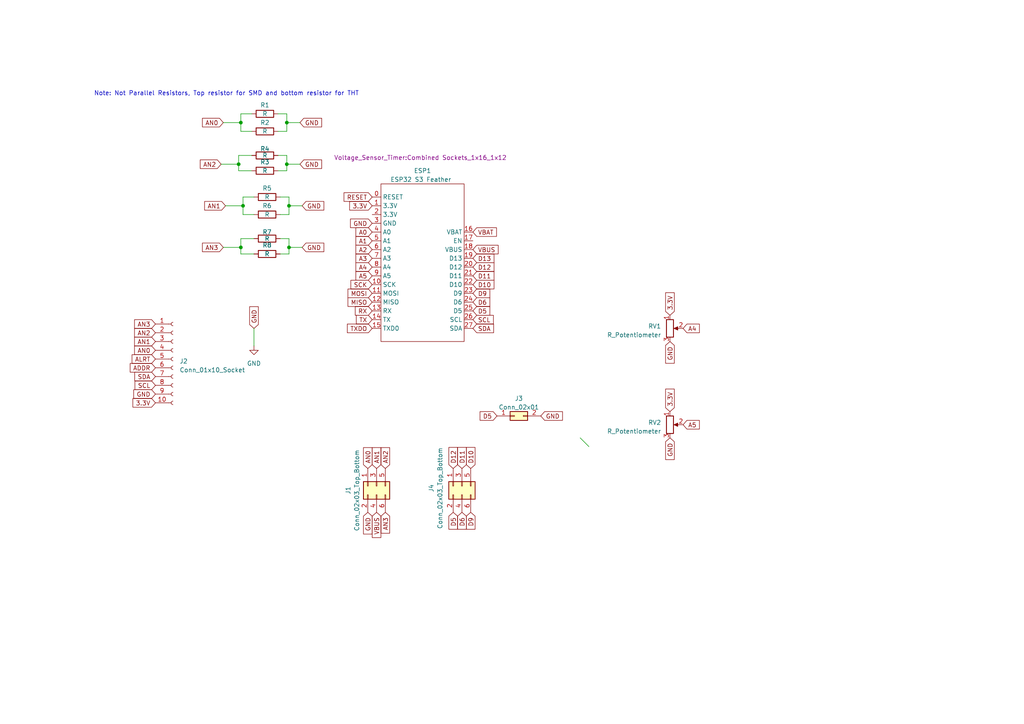
<source format=kicad_sch>
(kicad_sch (version 20230121) (generator eeschema)
  (paper "A4")
  (title_block (title "Voltage Sensor Timer") (date "2023-03-07") (rev "0"))
  (lib_symbols
    (symbol "Connector:Conn_01x10_Socket" (pin_names (offset 1.016) hide)
      (property "Reference" "J" (at 0 12.7 0))
      (property "Value" "Conn_01x10_Socket" (at 0 -15.24 0))
      (symbol "Conn_01x10_Socket_1_1"
        (arc (start 0 -12.192) (mid -0.5058 -12.7) (end 0 -13.208) (stroke (width 0.1524)))
        (arc (start 0 -9.652) (mid -0.5058 -10.16) (end 0 -10.668) (stroke (width 0.1524)))
        (arc (start 0 -7.112) (mid -0.5058 -7.62) (end 0 -8.128) (stroke (width 0.1524)))
        (arc (start 0 -4.572) (mid -0.5058 -5.08) (end 0 -5.588) (stroke (width 0.1524)))
        (arc (start 0 -2.032) (mid -0.5058 -2.54) (end 0 -3.048) (stroke (width 0.1524)))
        (polyline (pts (xy -1.27 -12.7) (xy -0.508 -12.7)) (stroke (width 0.1524)))
        (polyline (pts (xy -1.27 -10.16) (xy -0.508 -10.16)) (stroke (width 0.1524)))
        (polyline (pts (xy -1.27 -7.62) (xy -0.508 -7.62)) (stroke (width 0.1524)))
        (polyline (pts (xy -1.27 -5.08) (xy -0.508 -5.08)) (stroke (width 0.1524)))
        (polyline (pts (xy -1.27 -2.54) (xy -0.508 -2.54)) (stroke (width 0.1524)))
        (polyline (pts (xy -1.27 0) (xy -0.508 0)) (stroke (width 0.1524)))
        (polyline (pts (xy -1.27 2.54) (xy -0.508 2.54)) (stroke (width 0.1524)))
        (polyline (pts (xy -1.27 5.08) (xy -0.508 5.08)) (stroke (width 0.1524)))
        (polyline (pts (xy -1.27 7.62) (xy -0.508 7.62)) (stroke (width 0.1524)))
        (polyline (pts (xy -1.27 10.16) (xy -0.508 10.16)) (stroke (width 0.1524)))
        (arc (start 0 0.508) (mid -0.5058 0) (end 0 -0.508) (stroke (width 0.1524)))
        (arc (start 0 3.048) (mid -0.5058 2.54) (end 0 2.032) (stroke (width 0.1524)))
        (arc (start 0 5.588) (mid -0.5058 5.08) (end 0 4.572) (stroke (width 0.1524)))
        (arc (start 0 8.128) (mid -0.5058 7.62) (end 0 7.112) (stroke (width 0.1524)))
        (arc (start 0 10.668) (mid -0.5058 10.16) (end 0 9.652) (stroke (width 0.1524)))
        (pin passive line (at -5.08 10.16 0) (length 3.81) (name "Pin_1") (number "1"))
        (pin passive line (at -5.08 -12.7 0) (length 3.81) (name "Pin_10") (number "10"))
        (pin passive line (at -5.08 7.62 0) (length 3.81) (name "Pin_2") (number "2"))
        (pin passive line (at -5.08 5.08 0) (length 3.81) (name "Pin_3") (number "3"))
        (pin passive line (at -5.08 2.54 0) (length 3.81) (name "Pin_4") (number "4"))
        (pin passive line (at -5.08 0 0) (length 3.81) (name "Pin_5") (number "5"))
        (pin passive line (at -5.08 -2.54 0) (length 3.81) (name "Pin_6") (number "6"))
        (pin passive line (at -5.08 -5.08 0) (length 3.81) (name "Pin_7") (number "7"))
        (pin passive line (at -5.08 -7.62 0) (length 3.81) (name "Pin_8") (number "8"))
        (pin passive line (at -5.08 -10.16 0) (length 3.81) (name "Pin_9") (number "9"))
      )
    )
    (symbol "Connector_Generic:Conn_02x01" (pin_names (offset 1.016) hide)
      (property "Reference" "J" (at 1.27 2.54 0))
      (property "Value" "Conn_02x01" (at 1.27 -2.54 0))
      (symbol "Conn_02x01_1_1"
        (rectangle (start -1.27 0.127) (end 0 -0.127) (stroke (width 0.1524)))
        (rectangle (start -1.27 1.27) (end 3.81 -1.27) (stroke (width 0.254)) (fill (type background)))
        (rectangle (start 3.81 0.127) (end 2.54 -0.127) (stroke (width 0.1524)))
        (pin passive line (at -5.08 0 0) (length 3.81) (name "Pin_1") (number "1"))
        (pin passive line (at 7.62 0 180) (length 3.81) (name "Pin_2") (number "2"))
      )
    )
    (symbol "Connector_Generic:Conn_02x03_Odd_Even" (pin_names (offset 1.016) hide)
      (property "Reference" "J" (at 1.27 5.08 0))
      (property "Value" "Conn_02x03_Odd_Even" (at 1.27 -5.08 0))
      (symbol "Conn_02x03_Odd_Even_1_1"
        (rectangle (start -1.27 -2.413) (end 0 -2.667) (stroke (width 0.1524)))
        (rectangle (start -1.27 0.127) (end 0 -0.127) (stroke (width 0.1524)))
        (rectangle (start -1.27 2.667) (end 0 2.413) (stroke (width 0.1524)))
        (rectangle (start -1.27 3.81) (end 3.81 -3.81) (stroke (width 0.254)) (fill (type background)))
        (rectangle (start 3.81 -2.413) (end 2.54 -2.667) (stroke (width 0.1524)))
        (rectangle (start 3.81 0.127) (end 2.54 -0.127) (stroke (width 0.1524)))
        (rectangle (start 3.81 2.667) (end 2.54 2.413) (stroke (width 0.1524)))
        (pin passive line (at -5.08 2.54 0) (length 3.81) (name "Pin_1") (number "1"))
        (pin passive line (at 7.62 2.54 180) (length 3.81) (name "Pin_2") (number "2"))
        (pin passive line (at -5.08 0 0) (length 3.81) (name "Pin_3") (number "3"))
        (pin passive line (at 7.62 0 180) (length 3.81) (name "Pin_4") (number "4"))
        (pin passive line (at -5.08 -2.54 0) (length 3.81) (name "Pin_5") (number "5"))
        (pin passive line (at 7.62 -2.54 180) (length 3.81) (name "Pin_6") (number "6"))
      )
    )
    (symbol "Device:R" (pin_numbers hide) (pin_names (offset 0))
      (property "Reference" "R" (at 2.032 0 90))
      (property "Value" "R" (at 0 0 90))
      (symbol "R_0_1"
        (rectangle (start -1.016 -2.54) (end 1.016 2.54) (stroke (width 0.254)))
      )
      (symbol "R_1_1"
        (pin passive line (at 0 3.81 270) (length 1.27) (name "~") (number "1"))
        (pin passive line (at 0 -3.81 90) (length 1.27) (name "~") (number "2"))
      )
    )
    (symbol "Device:R_Potentiometer" (pin_names (offset 1.016) hide)
      (property "Reference" "RV" (at -4.445 0 90))
      (property "Value" "R_Potentiometer" (at -2.54 0 90))
      (symbol "R_Potentiometer_0_1"
        (polyline (pts (xy 2.54 0) (xy 1.524 0)))
        (polyline (pts (xy 1.143 0) (xy 2.286 0.508) (xy 2.286 -0.508) (xy 1.143 0)) (fill (type outline)))
        (rectangle (start 1.016 2.54) (end -1.016 -2.54) (stroke (width 0.254)))
      )
      (symbol "R_Potentiometer_1_1"
        (pin passive line (at 0 3.81 270) (length 1.27) (name "1") (number "1"))
        (pin passive line (at 3.81 0 180) (length 1.27) (name "2") (number "2"))
        (pin passive line (at 0 -3.81 90) (length 1.27) (name "3") (number "3"))
      )
    )
    (symbol "Voltage_Sensor_Timer:ESP32_S3_Feather"
      (property "Reference" "IC" (at -13.97 3.81 0))
      (property "Value" "ESP32 S3 Feather " (at 0 24.13 0))
      (symbol "ESP32_S3_Feather_0_1"
        (rectangle (start -11.43 21.59) (end 12.7 -24.13))
      )
      (symbol "ESP32_S3_Feather_1_1"
        (pin input line (at -13.97 17.78 0) (length 2.54) (name "RESET") (number "0"))
        (pin input line (at -13.97 15.24 0) (length 2.54) (name "3.3V") (number "1"))
        (pin input line (at -13.97 -7.62 0) (length 2.54) (name "SCK") (number "10"))
        (pin input line (at -13.97 -10.16 0) (length 2.54) (name "MOSI") (number "11"))
        (pin input line (at -13.97 -12.7 0) (length 2.54) (name "MISO") (number "12"))
        (pin input line (at -13.97 -15.24 0) (length 2.54) (name "RX") (number "13"))
        (pin input line (at -13.97 -17.78 0) (length 2.54) (name "TX") (number "14"))
        (pin input line (at -13.97 -20.32 0) (length 2.54) (name "TXD0") (number "15"))
        (pin input line (at 15.24 7.62 180) (length 2.54) (name "VBAT") (number "16"))
        (pin input line (at 15.24 5.08 180) (length 2.54) (name "EN") (number "17"))
        (pin input line (at 15.24 2.54 180) (length 2.54) (name "VBUS") (number "18"))
        (pin input line (at 15.24 0 180) (length 2.54) (name "D13") (number "19"))
        (pin input line (at -13.97 12.7 0) (length 2.54) (name "3.3V") (number "2"))
        (pin input line (at 15.24 -2.54 180) (length 2.54) (name "D12") (number "20"))
        (pin input line (at 15.24 -5.08 180) (length 2.54) (name "D11") (number "21"))
        (pin input line (at 15.24 -7.62 180) (length 2.54) (name "D10") (number "22"))
        (pin input line (at 15.24 -10.16 180) (length 2.54) (name "D9") (number "23"))
        (pin input line (at 15.24 -12.7 180) (length 2.54) (name "D6") (number "24"))
        (pin input line (at 15.24 -15.24 180) (length 2.54) (name "D5") (number "25"))
        (pin input line (at 15.24 -17.78 180) (length 2.54) (name "SCL") (number "26"))
        (pin input line (at 15.24 -20.32 180) (length 2.54) (name "SDA") (number "27"))
        (pin input line (at -13.97 10.16 0) (length 2.54) (name "GND") (number "3"))
        (pin input line (at -13.97 7.62 0) (length 2.54) (name "A0") (number "4"))
        (pin input line (at -13.97 5.08 0) (length 2.54) (name "A1") (number "5"))
        (pin input line (at -13.97 2.54 0) (length 2.54) (name "A2") (number "6"))
        (pin input line (at -13.97 0 0) (length 2.54) (name "A3") (number "7"))
        (pin input line (at -13.97 -2.54 0) (length 2.54) (name "A4") (number "8"))
        (pin input line (at -13.97 -5.08 0) (length 2.54) (name "A5") (number "9"))
      )
    )
    (symbol "power:GND" (power) (pin_names (offset 0))
      (property "Value" "GND" (at 0 -3.81 0))
      (symbol "GND_0_1"
        (polyline (pts (xy 0 0) (xy 0 -1.27) (xy 1.27 -1.27) (xy 0 -2.54) (xy -1.27 -1.27) (xy 0 -1.27)))
      )
      (symbol "GND_1_1"
        (pin power_in line (at 0 0 270) (length 0) hide (name "GND") (number "1"))
      )
    )
  )
  (junction (at 70.485 59.69))
  (junction (at 83.185 35.56))
  (junction (at 83.82 59.69))
  (junction (at 69.85 71.755))
  (junction (at 69.215 47.625))
  (junction (at 69.85 35.56))
  (junction (at 83.185 47.625))
  (junction (at 83.82 71.755))
  (bus_entry (at 168.275 127) (size 2.54 2.54))
  (wire (pts (xy 69.85 35.56) (xy 69.85 38.1)))
  (wire (pts (xy 73.66 95.25) (xy 73.66 100.33)))
  (wire (pts (xy 69.85 33.02) (xy 69.85 35.56)))
  (wire (pts (xy 69.215 47.625) (xy 69.215 45.085)))
  (wire (pts (xy 70.485 57.15) (xy 70.485 59.69)))
  (wire (pts (xy 83.82 69.215) (xy 83.82 71.755)))
  (wire (pts (xy 83.185 45.085) (xy 83.185 47.625)))
  (wire (pts (xy 81.28 62.23) (xy 83.82 62.23)))
  (wire (pts (xy 83.82 59.69) (xy 83.82 62.23)))
  (wire (pts (xy 73.025 49.53) (xy 69.215 49.53)))
  (wire (pts (xy 87.63 71.755) (xy 83.82 71.755)))
  (wire (pts (xy 83.185 47.625) (xy 83.185 49.53)))
  (wire (pts (xy 80.645 45.085) (xy 83.185 45.085)))
  (wire (pts (xy 69.85 71.755) (xy 69.85 69.215)))
  (wire (pts (xy 80.645 38.1) (xy 83.185 38.1)))
  (wire (pts (xy 69.85 69.215) (xy 73.66 69.215)))
  (wire (pts (xy 69.215 47.625) (xy 69.215 49.53)))
  (wire (pts (xy 83.82 71.755) (xy 83.82 73.66)))
  (wire (pts (xy 73.66 57.15) (xy 70.485 57.15)))
  (wire (pts (xy 64.77 35.56) (xy 69.85 35.56)))
  (wire (pts (xy 81.28 73.66) (xy 83.82 73.66)))
  (wire (pts (xy 64.135 47.625) (xy 69.215 47.625)))
  (wire (pts (xy 69.85 38.1) (xy 73.025 38.1)))
  (wire (pts (xy 86.995 47.625) (xy 83.185 47.625)))
  (wire (pts (xy 73.66 73.66) (xy 69.85 73.66)))
  (wire (pts (xy 73.025 33.02) (xy 69.85 33.02)))
  (wire (pts (xy 70.485 59.69) (xy 70.485 62.23)))
  (wire (pts (xy 70.485 62.23) (xy 73.66 62.23)))
  (wire (pts (xy 69.215 45.085) (xy 73.025 45.085)))
  (wire (pts (xy 65.405 59.69) (xy 70.485 59.69)))
  (wire (pts (xy 80.645 33.02) (xy 83.185 33.02)))
  (wire (pts (xy 83.185 35.56) (xy 86.995 35.56)))
  (wire (pts (xy 81.28 69.215) (xy 83.82 69.215)))
  (wire (pts (xy 83.82 57.15) (xy 83.82 59.69)))
  (wire (pts (xy 83.185 33.02) (xy 83.185 35.56)))
  (wire (pts (xy 80.645 49.53) (xy 83.185 49.53)))
  (wire (pts (xy 83.82 59.69) (xy 87.63 59.69)))
  (wire (pts (xy 69.85 71.755) (xy 69.85 73.66)))
  (wire (pts (xy 83.185 35.56) (xy 83.185 38.1)))
  (wire (pts (xy 64.77 71.755) (xy 69.85 71.755)))
  (wire (pts (xy 81.28 57.15) (xy 83.82 57.15)))
  (text "Note: Not Parallel Resistors, Top resistor for SMD and bottom resistor for THT" (at 104.14 27.94 0) (effects (font (size 1.27 1.27)) (justify right bottom)))
  (global_label "D5" (shape input) (at 144.145 120.65 180) (property "Intersheetrefs" "${INTERSHEET_REFS}" (effects hide)))
  (global_label "ALRT" (shape input) (at 45.085 104.14 180) (property "Intersheetrefs" "${INTERSHEET_REFS}" (effects hide)))
  (global_label "ADDR" (shape input) (at 45.085 106.68 180) (property "Intersheetrefs" "${INTERSHEET_REFS}" (effects hide)))
  (global_label "AN3" (shape input) (at 64.77 71.755 180) (property "Intersheetrefs" "${INTERSHEET_REFS}" (effects hide)))
  (global_label "GND" (shape input) (at 86.995 47.625 0) (property "Intersheetrefs" "${INTERSHEET_REFS}" (effects hide)))
  (global_label "AN0" (shape input) (at 45.085 101.6 180) (property "Intersheetrefs" "${INTERSHEET_REFS}" (effects hide)))
  (global_label "D5" (shape input) (at 137.16 90.17 0) (property "Intersheetrefs" "${INTERSHEET_REFS}" (effects hide)))
  (global_label "3.3V" (shape input) (at 45.085 116.84 180) (property "Intersheetrefs" "${INTERSHEET_REFS}" (effects hide)))
  (global_label "VBAT" (shape input) (at 137.16 67.31 0) (property "Intersheetrefs" "${INTERSHEET_REFS}" (effects hide)))
  (global_label "AN1" (shape input) (at 109.22 135.89 90) (property "Intersheetrefs" "${INTERSHEET_REFS}" (effects hide)))
  (global_label "D9" (shape input) (at 136.525 148.59 270) (property "Intersheetrefs" "${INTERSHEET_REFS}" (effects hide)))
  (global_label "SDA" (shape input) (at 45.085 109.22 180) (property "Intersheetrefs" "${INTERSHEET_REFS}" (effects hide)))
  (global_label "AN3" (shape input) (at 111.76 148.59 270) (property "Intersheetrefs" "${INTERSHEET_REFS}" (effects hide)))
  (global_label "GND" (shape input) (at 107.95 64.77 180) (property "Intersheetrefs" "${INTERSHEET_REFS}" (effects hide)))
  (global_label "SCK" (shape input) (at 107.95 82.55 180) (property "Intersheetrefs" "${INTERSHEET_REFS}" (effects hide)))
  (global_label "GND" (shape input) (at 45.085 114.3 180) (property "Intersheetrefs" "${INTERSHEET_REFS}" (effects hide)))
  (global_label "GND" (shape input) (at 156.845 120.65 0) (property "Intersheetrefs" "${INTERSHEET_REFS}" (effects hide)))
  (global_label "GND" (shape input) (at 87.63 59.69 0) (property "Intersheetrefs" "${INTERSHEET_REFS}" (effects hide)))
  (global_label "RESET" (shape input) (at 107.95 57.15 180) (property "Intersheetrefs" "${INTERSHEET_REFS}" (effects hide)))
  (global_label "A4" (shape input) (at 198.12 95.25 0) (property "Intersheetrefs" "${INTERSHEET_REFS}" (effects hide)))
  (global_label "3.3V" (shape input) (at 194.31 91.44 90) (property "Intersheetrefs" "${INTERSHEET_REFS}" (effects hide)))
  (global_label "D9" (shape input) (at 137.16 85.09 0) (property "Intersheetrefs" "${INTERSHEET_REFS}" (effects hide)))
  (global_label "AN2" (shape input) (at 45.085 96.52 180) (property "Intersheetrefs" "${INTERSHEET_REFS}" (effects hide)))
  (global_label "GND" (shape input) (at 194.31 99.06 270) (property "Intersheetrefs" "${INTERSHEET_REFS}" (effects hide)))
  (global_label "AN1" (shape input) (at 65.405 59.69 180) (property "Intersheetrefs" "${INTERSHEET_REFS}" (effects hide)))
  (global_label "SCL" (shape input) (at 45.085 111.76 180) (property "Intersheetrefs" "${INTERSHEET_REFS}" (effects hide)))
  (global_label "GND" (shape input) (at 86.995 35.56 0) (property "Intersheetrefs" "${INTERSHEET_REFS}" (effects hide)))
  (global_label "D12" (shape input) (at 131.445 135.89 90) (property "Intersheetrefs" "${INTERSHEET_REFS}" (effects hide)))
  (global_label "A0" (shape input) (at 107.95 67.31 180) (property "Intersheetrefs" "${INTERSHEET_REFS}" (effects hide)))
  (global_label "D5" (shape input) (at 131.445 148.59 270) (property "Intersheetrefs" "${INTERSHEET_REFS}" (effects hide)))
  (global_label "A1" (shape input) (at 107.95 69.85 180) (property "Intersheetrefs" "${INTERSHEET_REFS}" (effects hide)))
  (global_label "D13" (shape input) (at 137.16 74.93 0) (property "Intersheetrefs" "${INTERSHEET_REFS}" (effects hide)))
  (global_label "AN2" (shape input) (at 111.76 135.89 90) (property "Intersheetrefs" "${INTERSHEET_REFS}" (effects hide)))
  (global_label "MOSI" (shape input) (at 107.95 85.09 180) (property "Intersheetrefs" "${INTERSHEET_REFS}" (effects hide)))
  (global_label "A3" (shape input) (at 107.95 74.93 180) (property "Intersheetrefs" "${INTERSHEET_REFS}" (effects hide)))
  (global_label "AN0" (shape input) (at 64.77 35.56 180) (property "Intersheetrefs" "${INTERSHEET_REFS}" (effects hide)))
  (global_label "D10" (shape input) (at 136.525 135.89 90) (property "Intersheetrefs" "${INTERSHEET_REFS}" (effects hide)))
  (global_label "AN1" (shape input) (at 45.085 99.06 180) (property "Intersheetrefs" "${INTERSHEET_REFS}" (effects hide)))
  (global_label "GND" (shape input) (at 73.66 95.25 90) (property "Intersheetrefs" "${INTERSHEET_REFS}" (effects hide)))
  (global_label "VBUS" (shape input) (at 137.16 72.39 0) (property "Intersheetrefs" "${INTERSHEET_REFS}" (effects hide)))
  (global_label "A5" (shape input) (at 198.12 123.19 0) (property "Intersheetrefs" "${INTERSHEET_REFS}" (effects hide)))
  (global_label "TX" (shape input) (at 107.95 92.71 180) (property "Intersheetrefs" "${INTERSHEET_REFS}" (effects hide)))
  (global_label "SCL" (shape input) (at 137.16 92.71 0) (property "Intersheetrefs" "${INTERSHEET_REFS}" (effects hide)))
  (global_label "VBUS" (shape input) (at 109.22 148.59 270) (property "Intersheetrefs" "${INTERSHEET_REFS}" (effects hide)))
  (global_label "TXDO" (shape input) (at 107.95 95.25 180) (property "Intersheetrefs" "${INTERSHEET_REFS}" (effects hide)))
  (global_label "GND" (shape input) (at 87.63 71.755 0) (property "Intersheetrefs" "${INTERSHEET_REFS}" (effects hide)))
  (global_label "3.3V" (shape input) (at 194.31 119.38 90) (property "Intersheetrefs" "${INTERSHEET_REFS}" (effects hide)))
  (global_label "3.3V" (shape input) (at 107.95 59.69 180) (property "Intersheetrefs" "${INTERSHEET_REFS}" (effects hide)))
  (global_label "AN0" (shape input) (at 106.68 135.89 90) (property "Intersheetrefs" "${INTERSHEET_REFS}" (effects hide)))
  (global_label "SDA" (shape input) (at 137.16 95.25 0) (property "Intersheetrefs" "${INTERSHEET_REFS}" (effects hide)))
  (global_label "GND" (shape input) (at 194.31 127 270) (property "Intersheetrefs" "${INTERSHEET_REFS}" (effects hide)))
  (global_label "A2" (shape input) (at 107.95 72.39 180) (property "Intersheetrefs" "${INTERSHEET_REFS}" (effects hide)))
  (global_label "GND" (shape input) (at 106.68 148.59 270) (property "Intersheetrefs" "${INTERSHEET_REFS}" (effects hide)))
  (global_label "D6" (shape input) (at 133.985 148.59 270) (property "Intersheetrefs" "${INTERSHEET_REFS}" (effects hide)))
  (global_label "D6" (shape input) (at 137.16 87.63 0) (property "Intersheetrefs" "${INTERSHEET_REFS}" (effects hide)))
  (global_label "D11" (shape input) (at 137.16 80.01 0) (property "Intersheetrefs" "${INTERSHEET_REFS}" (effects hide)))
  (global_label "AN2" (shape input) (at 64.135 47.625 180) (property "Intersheetrefs" "${INTERSHEET_REFS}" (effects hide)))
  (global_label "A4" (shape input) (at 107.95 77.47 180) (property "Intersheetrefs" "${INTERSHEET_REFS}" (effects hide)))
  (global_label "D11" (shape input) (at 133.985 135.89 90) (property "Intersheetrefs" "${INTERSHEET_REFS}" (effects hide)))
  (global_label "MISO" (shape input) (at 107.95 87.63 180) (property "Intersheetrefs" "${INTERSHEET_REFS}" (effects hide)))
  (global_label "AN3" (shape input) (at 45.085 93.98 180) (property "Intersheetrefs" "${INTERSHEET_REFS}" (effects hide)))
  (global_label "D12" (shape input) (at 137.16 77.47 0) (property "Intersheetrefs" "${INTERSHEET_REFS}" (effects hide)))
  (global_label "RX" (shape input) (at 107.95 90.17 180) (property "Intersheetrefs" "${INTERSHEET_REFS}" (effects hide)))
  (global_label "D10" (shape input) (at 137.16 82.55 0) (property "Intersheetrefs" "${INTERSHEET_REFS}" (effects hide)))
  (global_label "A5" (shape input) (at 107.95 80.01 180) (property "Intersheetrefs" "${INTERSHEET_REFS}" (effects hide)))
  (symbol (lib_id "Device:R") (at 76.835 45.085 90) (unit 1)
    (property "Reference" "R4" (at 76.835 43.18 90))
    (property "Value" "R" (at 76.835 45.085 90))
    (property "Footprint" "Resistor_SMD:R_0805_2012Metric" (effects hide))
  )
  (symbol (lib_id "Device:R") (at 77.47 62.23 90) (unit 1)
    (property "Reference" "R6" (at 77.47 59.69 90))
    (property "Value" "R" (at 77.47 62.23 90))
    (property "Footprint" "Resistor_THT:R_Axial_DIN0411_L9.9mm_D3.6mm_P12.70mm_Horizontal" (effects hide))
  )
  (symbol (lib_id "Device:R") (at 77.47 73.66 90) (unit 1)
    (property "Reference" "R8" (at 77.47 71.12 90))
    (property "Value" "R" (at 77.47 73.66 90))
    (property "Footprint" "Resistor_THT:R_Axial_DIN0411_L9.9mm_D3.6mm_P12.70mm_Horizontal" (effects hide))
  )
  (symbol (lib_id "Device:R") (at 76.835 38.1 90) (unit 1)
    (property "Reference" "R2" (at 76.835 35.56 90))
    (property "Value" "R" (at 76.835 38.1 90))
    (property "Footprint" "Resistor_THT:R_Axial_DIN0411_L9.9mm_D3.6mm_P12.70mm_Horizontal" (effects hide))
  )
  (symbol (lib_id "Connector_Generic:Conn_02x01") (at 149.225 120.65 0) (unit 1)
    (property "Reference" "J3" (at 150.495 115.57 0))
    (property "Value" "Conn_02x01" (at 150.495 118.11 0))
    (property "Footprint" "Connector_PinHeader_2.54mm:PinHeader_1x02_P2.54mm_Vertical" (effects hide))
  )
  (symbol (lib_id "Device:R") (at 77.47 69.215 90) (unit 1)
    (property "Reference" "R7" (at 77.47 67.31 90))
    (property "Value" "R" (at 77.47 69.215 90))
    (property "Footprint" "Resistor_SMD:R_0805_2012Metric" (effects hide))
  )
  (symbol (lib_id "Device:R_Potentiometer") (at 194.31 123.19 0) (unit 1)
    (property "Reference" "RV2" (at 191.77 122.555 0) (effects (justify right)))
    (property "Value" "R_Potentiometer" (at 191.77 125.095 0) (effects (justify right)))
    (property "Footprint" "Voltage_Sensor_Timer:SSS_Potentiometer" (effects hide))
  )
  (symbol (lib_id "Device:R") (at 77.47 57.15 90) (unit 1)
    (property "Reference" "R5" (at 77.47 54.61 90))
    (property "Value" "R" (at 77.47 57.15 90))
    (property "Footprint" "Resistor_SMD:R_0805_2012Metric" (effects hide))
  )
  (symbol (lib_id "Voltage_Sensor_Timer:ESP32_S3_Feather") (at 121.92 74.93 0) (unit 1)
    (property "Reference" "ESP1" (at 122.555 49.53 0))
    (property "Value" "ESP32 S3 Feather " (at 122.555 52.07 0))
    (property "Footprint" "Voltage_Sensor_Timer:Combined Sockets_1x16_1x12" (at 121.92 45.72 0))
  )
  (symbol (lib_id "power:GND") (at 73.66 100.33 0) (unit 1)
    (property "Reference" "#PWR01" (effects hide))
    (property "Value" "GND" (at 73.66 105.41 0))
  )
  (symbol (lib_id "Connector_Generic:Conn_02x03_Odd_Even") (at 133.985 140.97 90) (mirror x) (unit 1)
    (property "Reference" "J4" (at 125.095 141.605 0))
    (property "Value" "Conn_02x03_Top_Bottom" (at 127.635 141.605 0))
    (property "Footprint" "Connector_PinHeader_2.54mm:PinHeader_2x03_P2.54mm_Horizontal" (effects hide))
  )
  (symbol (lib_id "Connector:Conn_01x10_Socket") (at 50.165 104.14 0) (unit 1)
    (property "Reference" "J2" (at 52.07 104.775 0) (effects (justify left)))
    (property "Value" "Conn_01x10_Socket" (at 52.07 107.315 0) (effects (justify left)))
    (property "Footprint" "Voltage_Sensor_Timer:PinSocket_1x10_P2.54mm_Vertical_1" (effects hide))
  )
  (symbol (lib_id "Device:R") (at 76.835 49.53 90) (unit 1)
    (property "Reference" "R3" (at 76.835 46.99 90))
    (property "Value" "R" (at 76.835 49.53 90))
    (property "Footprint" "Resistor_THT:R_Axial_DIN0411_L9.9mm_D3.6mm_P12.70mm_Horizontal" (effects hide))
  )
  (symbol (lib_id "Connector_Generic:Conn_02x03_Odd_Even") (at 109.22 140.97 90) (mirror x) (unit 1)
    (property "Reference" "J1" (at 100.965 142.24 0))
    (property "Value" "Conn_02x03_Top_Bottom" (at 103.505 142.24 0))
    (property "Footprint" "Connector_PinHeader_2.54mm:PinHeader_2x03_P2.54mm_Horizontal" (effects hide))
  )
  (symbol (lib_id "Device:R_Potentiometer") (at 194.31 95.25 0) (unit 1)
    (property "Reference" "RV1" (at 191.77 94.615 0) (effects (justify right)))
    (property "Value" "R_Potentiometer" (at 191.77 97.155 0) (effects (justify right)))
    (property "Footprint" "Voltage_Sensor_Timer:SSS_Potentiometer" (effects hide))
  )
  (symbol (lib_id "Device:R") (at 76.835 33.02 90) (unit 1)
    (property "Reference" "R1" (at 76.835 30.48 90))
    (property "Value" "R" (at 76.835 33.02 90))
    (property "Footprint" "Resistor_SMD:R_0805_2012Metric" (effects hide))
  )
)
</source>
